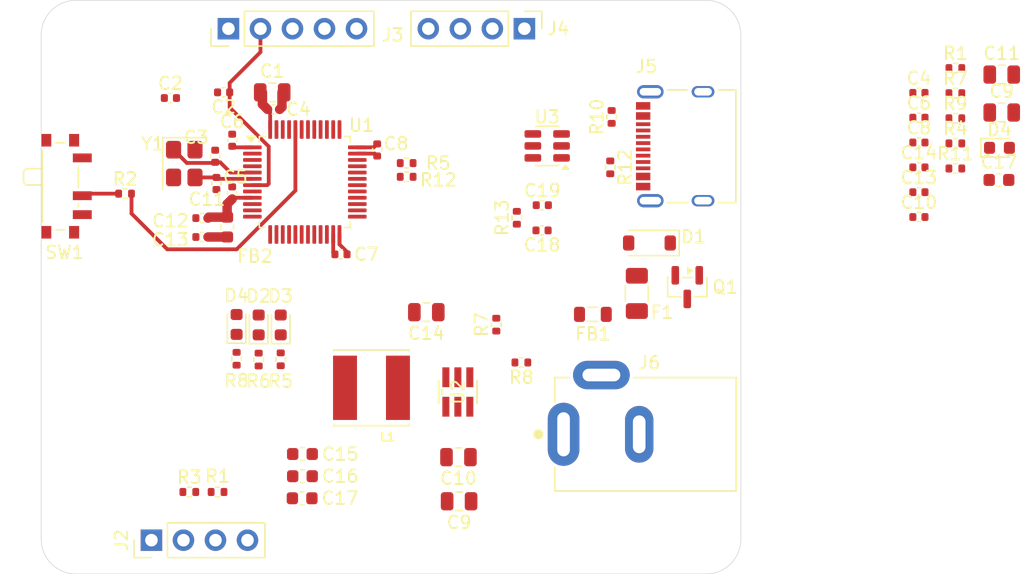
<source format=kicad_pcb>
(kicad_pcb (version 20241229) (generator "pcbnew") (generator_version "9.0")
  (layers (0 "F.Cu" signal) (4 "In1.Cu" power) (6 "In2.Cu" power) (2 "B.Cu" signal) (13 "F.Paste" user) (15 "B.Paste" user) (5 "F.SilkS" user "F.Silkscreen") (7 "B.SilkS" user "B.Silkscreen") (1 "F.Mask" user) (3 "B.Mask" user) (25 "Edge.Cuts" user))
  (net 0 "")
  (net 1 "GND")
  (net 2 "+3.3V")
  (net 3 "NRST")
  (net 4 "/HSE_IN")
  (net 5 "/HSE_OUT")
  (net 6 "/VIN")
  (net 7 "+3.3VA")
  (net 8 "Net-(U2-VBST)")
  (net 9 "Net-(U2-SW)")
  (net 10 "VBUS")
  (net 11 "VBUSF")
  (net 12 "Net-(D1-K)")
  (net 13 "Net-(D2-K)")
  (net 14 "Net-(D2-A)")
  (net 15 "Net-(D3-K)")
  (net 16 "Net-(D3-A)")
  (net 17 "Net-(D4-K)")
  (net 18 "Net-(F1-Pad2)")
  (net 19 "I2C1_SDA")
  (net 20 "I2C1_SCL")
  (net 21 "SWCLK")
  (net 22 "SWDIO")
  (net 23 "USART1_RX")
  (net 24 "USART1_TX")
  (net 25 "+12V")
  (net 26 "/BOOT0")
  (net 27 "/SW_BOOT0")
  (net 28 "Net-(U2-VFB)")
  (net 29 "USB_D-")
  (net 30 "Net-(U1-PA11)")
  (net 31 "Net-(U1-PA12)")
  (net 32 "USB_D+")
  (net 45 "GPIO1")
  (net 50 "GPIO3")
  (net 51 "GPIO5")
  (net 55 "GPIO6")
  (net 56 "GPIO2")
  (net 57 "GPIO4")
  (net 58 "Net-(J5-CC1_A)")
  (net 59 "Net-(J5-D-_A)")
  (net 61 "Net-(J5-CC1_B)")
  (net 62 "Net-(J5-D+_A)")
  (footprint "Package_TO_SOT_SMD:SOT-23-6" (layer "F.Cu") (at 154.8875 96.3 180)
    (property "Reference" "U3" (at 0 2.3 0) (layer "F.SilkS"))
    (property "Value" "USBLC6-2SC6" (hide yes))
    (pad "1" smd roundrect (at -1.1375 -0.95 180) (size 1.325 0.6) (layers "F.Cu" "F.Mask" "F.Paste") (net 62 "Net-(J5-D+_A)"))
    (pad "2" smd roundrect (at -1.1375 0 180) (size 1.325 0.6) (layers "F.Cu" "F.Mask" "F.Paste") (net 1 "GND"))
    (pad "3" smd roundrect (at -1.1375 0.95 180) (size 1.325 0.6) (layers "F.Cu" "F.Mask" "F.Paste") (net 59 "Net-(J5-D-_A)"))
    (pad "4" smd roundrect (at 1.1375 0.95 180) (size 1.325 0.6) (layers "F.Cu" "F.Mask" "F.Paste") (net 32 "USB_D+"))
    (pad "5" smd roundrect (at 1.1375 0 180) (size 1.325 0.6) (layers "F.Cu" "F.Mask" "F.Paste") (net 10 "VBUS"))
    (pad "6" smd roundrect (at 1.1375 -0.95 180) (size 1.325 0.6) (layers "F.Cu" "F.Mask" "F.Paste") (net 29 "USB_D-"))
  )
  (footprint "Capacitor_SMD:C_0402_1005Metric" (layer "F.Cu") (at 129.9 95.85 90)
    (property "Reference" "C6" (at 1.48 0 180) (layer "F.SilkS"))
    (property "Value" "100n" (hide yes))
    (pad "1" smd roundrect (at -0.48 0 90) (size 0.56 0.62) (layers "F.Cu" "F.Mask" "F.Paste") (net 2 "+3.3V"))
    (pad "2" smd roundrect (at 0.48 0 90) (size 0.56 0.62) (layers "F.Cu" "F.Mask" "F.Paste") (net 1 "GND"))
  )
  (footprint "Capacitor_SMD:C_0805_2012Metric" (layer "F.Cu") (at 190.945 90.64)
    (property "Reference" "C11" (at 0 -1.68 0) (layer "F.SilkS"))
    (property "Value" "10u")
    (pad "1" smd roundrect (at -0.95 0) (size 1 1.45) (layers "F.Cu" "F.Mask" "F.Paste") (net 6 "/VIN"))
    (pad "2" smd roundrect (at 0.95 0) (size 1 1.45) (layers "F.Cu" "F.Mask" "F.Paste") (net 1 "GND"))
  )
  (footprint "LED_SMD:LED_0603_1608Metric" (layer "F.Cu") (at 130.25 110.4625 90)
    (property "Reference" "D4" (at 2.2875 0 180) (layer "F.SilkS"))
    (property "Value" "RED" (hide yes))
    (pad "1" smd roundrect (at -0.7875 0 90) (size 0.875 0.95) (layers "F.Cu" "F.Mask" "F.Paste") (net 17 "Net-(D4-K)"))
    (pad "2" smd roundrect (at 0.7875 0 90) (size 0.875 0.95) (layers "F.Cu" "F.Mask" "F.Paste") (net 2 "+3.3V"))
  )
  (footprint "Resistor_SMD:R_0402_1005Metric" (layer "F.Cu") (at 143.74 98.75)
    (property "Reference" "R12" (at 2.51 0.25 0) (layer "F.SilkS"))
    (property "Value" "22R" (hide yes))
    (pad "1" smd roundrect (at -0.51 0) (size 0.54 0.64) (layers "F.Cu" "F.Mask" "F.Paste") (net 30 "Net-(U1-PA11)"))
    (pad "2" smd roundrect (at 0.51 0) (size 0.54 0.64) (layers "F.Cu" "F.Mask" "F.Paste") (net 29 "USB_D-"))
  )
  (footprint "Resistor_SMD:R_0402_1005Metric" (layer "F.Cu") (at 187.265 98.09)
    (property "Reference" "R11" (at 0 -1.17 0) (layer "F.SilkS"))
    (property "Value" "1K")
    (pad "1" smd roundrect (at -0.51 0) (size 0.54 0.64) (layers "F.Cu" "F.Mask" "F.Paste") (net 1 "GND"))
    (pad "2" smd roundrect (at 0.51 0) (size 0.54 0.64) (layers "F.Cu" "F.Mask" "F.Paste") (net 17 "Net-(D4-K)"))
  )
  (footprint "LED_SMD:LED_0603_1608Metric" (layer "F.Cu") (at 132 110.5 90)
    (property "Reference" "D2" (at 2.2875 0 180) (layer "F.SilkS"))
    (property "Value" "LED1" (hide yes))
    (pad "1" smd roundrect (at -0.7875 0 90) (size 0.875 0.95) (layers "F.Cu" "F.Mask" "F.Paste") (net 13 "Net-(D2-K)"))
    (pad "2" smd roundrect (at 0.7875 0 90) (size 0.875 0.95) (layers "F.Cu" "F.Mask" "F.Paste") (net 14 "Net-(D2-A)"))
  )
  (footprint "Capacitor_SMD:C_0603_1608Metric" (layer "F.Cu") (at 190.725 99)
    (property "Reference" "C17" (at 0 -1.43 0) (layer "F.SilkS"))
    (property "Value" "22uF")
    (pad "1" smd roundrect (at -0.775 0) (size 0.9 0.95) (layers "F.Cu" "F.Mask" "F.Paste") (net 2 "+3.3V"))
    (pad "2" smd roundrect (at 0.775 0) (size 0.9 0.95) (layers "F.Cu" "F.Mask" "F.Paste") (net 1 "GND"))
  )
  (footprint "MountingHole:MountingHole_2.2mm_M2" (layer "F.Cu") (at 117.5 87.5)
    (property "Reference" "H2" (hide yes))
    (property "Value" "MountingHole" (hide yes))
    (pad "" np_thru_hole circle (at 0 0) (size 2.2 2.2) (drill 2.2) (layers "*.Cu" "*.Mask"))
  )
  (footprint "MountingHole:MountingHole_2.2mm_M2" (layer "F.Cu") (at 117.5 127.5)
    (property "Reference" "H3" (hide yes))
    (property "Value" "MountingHole" (hide yes))
    (pad "" np_thru_hole circle (at 0 0) (size 2.2 2.2) (drill 2.2) (layers "*.Cu" "*.Mask"))
  )
  (footprint "Capacitor_SMD:C_0805_2012Metric" (layer "F.Cu") (at 133.075 92.05)
    (property "Reference" "C1" (at 0 -1.68 0) (layer "F.SilkS"))
    (property "Value" "10u")
    (pad "1" smd roundrect (at -0.95 0) (size 1 1.45) (layers "F.Cu" "F.Mask" "F.Paste") (net 2 "+3.3V"))
    (pad "2" smd roundrect (at 0.95 0) (size 1 1.45) (layers "F.Cu" "F.Mask" "F.Paste") (net 1 "GND"))
  )
  (footprint "Resistor_SMD:R_0402_1005Metric" (layer "F.Cu") (at 150.850001 110.4782 90)
    (property "Reference" "R7" (at 0 -1.17 90) (layer "F.SilkS"))
    (property "Value" "10k" (hide yes))
    (pad "1" smd roundrect (at -0.51 0 90) (size 0.54 0.64) (layers "F.Cu" "F.Mask" "F.Paste") (net 28 "Net-(U2-VFB)"))
    (pad "2" smd roundrect (at 0.51 0 90) (size 0.54 0.64) (layers "F.Cu" "F.Mask" "F.Paste") (net 1 "GND"))
  )
  (footprint "MountingHole:MountingHole_2.2mm_M2" (layer "F.Cu") (at 167.5 127.5)
    (property "Reference" "H1" (hide yes))
    (property "Value" "MountingHole" (hide yes))
    (pad "" np_thru_hole circle (at 0 0) (size 2.2 2.2) (drill 2.2) (layers "*.Cu" "*.Mask"))
  )
  (footprint "Capacitor_SMD:C_0603_1608Metric" (layer "F.Cu") (at 135.45 124.25)
    (property "Reference" "C17" (at 3 -0.01 0) (layer "F.SilkS"))
    (property "Value" "22uF")
    (pad "1" smd roundrect (at -0.775 0) (size 0.9 0.95) (layers "F.Cu" "F.Mask" "F.Paste") (net 2 "+3.3V"))
    (pad "2" smd roundrect (at 0.775 0) (size 0.9 0.95) (layers "F.Cu" "F.Mask" "F.Paste") (net 1 "GND"))
  )
  (footprint "Resistor_SMD:R_0402_1005Metric" (layer "F.Cu") (at 187.265 92.12)
    (property "Reference" "R7" (at 0 -1.17 0) (layer "F.SilkS"))
    (property "Value" "1K")
    (pad "1" smd roundrect (at -0.51 0) (size 0.54 0.64) (layers "F.Cu" "F.Mask" "F.Paste") (net 15 "Net-(D3-K)"))
    (pad "2" smd roundrect (at 0.51 0) (size 0.54 0.64) (layers "F.Cu" "F.Mask" "F.Paste") (net 1 "GND"))
  )
  (footprint "Capacitor_SMD:C_0402_1005Metric" (layer "F.Cu") (at 154.5 101)
    (property "Reference" "C19" (at 0 -1.16 0) (layer "F.SilkS"))
    (property "Value" "470n" (hide yes))
    (pad "1" smd roundrect (at -0.48 0) (size 0.56 0.62) (layers "F.Cu" "F.Mask" "F.Paste") (net 11 "VBUSF"))
    (pad "2" smd roundrect (at 0.48 0) (size 0.56 0.62) (layers "F.Cu" "F.Mask" "F.Paste") (net 1 "GND"))
  )
  (footprint "Capacitor_SMD:C_0805_2012Metric" (layer "F.Cu") (at 147.900001 124.4882 180)
    (property "Reference" "C9" (at 0 -1.68 0) (layer "F.SilkS"))
    (property "Value" "10uF")
    (pad "1" smd roundrect (at -0.95 0 180) (size 1 1.45) (layers "F.Cu" "F.Mask" "F.Paste") (net 6 "/VIN"))
    (pad "2" smd roundrect (at 0.95 0 180) (size 1 1.45) (layers "F.Cu" "F.Mask" "F.Paste") (net 1 "GND"))
  )
  (footprint "Resistor_SMD:R_0402_1005Metric" (layer "F.Cu") (at 126.5 123.75)
    (property "Reference" "R3" (at 0 -1.17 0) (layer "F.SilkS"))
    (property "Value" "4.7K")
    (pad "1" smd roundrect (at -0.51 0) (size 0.54 0.64) (layers "F.Cu" "F.Mask" "F.Paste") (net 19 "I2C1_SDA"))
    (pad "2" smd roundrect (at 0.51 0) (size 0.54 0.64) (layers "F.Cu" "F.Mask" "F.Paste") (net 2 "+3.3V"))
  )
  (footprint "Resistor_SMD:R_0402_1005Metric" (layer "F.Cu") (at 187.265 96.1)
    (property "Reference" "R4" (at 0 -1.17 0) (layer "F.SilkS"))
    (property "Value" "22R")
    (pad "1" smd roundrect (at -0.51 0) (size 0.54 0.64) (layers "F.Cu" "F.Mask" "F.Paste") (net 30 "Net-(U1-PA11)"))
    (pad "2" smd roundrect (at 0.51 0) (size 0.54 0.64) (layers "F.Cu" "F.Mask" "F.Paste") (net 29 "USB_D-"))
  )
  (footprint "Capacitor_SMD:C_0603_1608Metric" (layer "F.Cu") (at 135.475 122.5)
    (property "Reference" "C16" (at 3 0 0) (layer "F.SilkS"))
    (property "Value" "22uF" (hide yes))
    (pad "1" smd roundrect (at -0.775 0) (size 0.9 0.95) (layers "F.Cu" "F.Mask" "F.Paste") (net 2 "+3.3V"))
    (pad "2" smd roundrect (at 0.775 0) (size 0.9 0.95) (layers "F.Cu" "F.Mask" "F.Paste") (net 1 "GND"))
  )
  (footprint "Inductor_SMD:L_0805_2012Metric" (layer "F.Cu") (at 158.512501 109.6632 180)
    (property "Reference" "FB1" (at 0 -1.55 0) (layer "F.SilkS"))
    (property "Value" "600 @ 600MHz" (hide yes))
    (pad "1" smd roundrect (at -1.0625 0 180) (size 0.875 1.2) (layers "F.Cu" "F.Mask" "F.Paste") (net 18 "Net-(F1-Pad2)"))
    (pad "2" smd roundrect (at 1.0625 0 180) (size 0.875 1.2) (layers "F.Cu" "F.Mask" "F.Paste") (net 6 "/VIN"))
  )
  (footprint "Footprints:CUI_PJ-002A" (layer "F.Cu") (at 156.1875 119.175)
    (property "Reference" "J6" (at 6.8125 -5.675 0) (layer "F.SilkS") (effects (font (size 1.000827 1.000827))))
    (property "Value" "PJ-002A")
    (pad "1" thru_hole oval (at 0 0) (size 2.5 5) (drill oval 1 3.5) (layers "*.Cu" "*.Mask") (net 25 "+12V"))
    (pad "2" thru_hole oval (at 6 0) (size 2.25 4.5) (drill oval 1 3) (layers "*.Cu" "*.Mask") (net 1 "GND"))
    (pad "3" thru_hole oval (at 3 -4.7) (size 4.5 2.25) (drill oval 3 1) (layers "*.Cu" "*.Mask") (net 25 "+12V"))
  )
  (footprint "Capacitor_SMD:C_0402_1005Metric" (layer "F.Cu") (at 184.375 99.97)
    (property "Reference" "C13" (at 0 -1.16 0) (layer "F.SilkS"))
    (property "Value" "1u")
    (pad "1" smd roundrect (at -0.48 0) (size 0.56 0.62) (layers "F.Cu" "F.Mask" "F.Paste") (net 2 "+3.3V"))
    (pad "2" smd roundrect (at 0.48 0) (size 0.56 0.62) (layers "F.Cu" "F.Mask" "F.Paste") (net 1 "GND"))
  )
  (footprint "Crystal:Crystal_SMD_3225-4Pin_3.2x2.5mm" (layer "F.Cu") (at 126.1 97.7 -90)
    (property "Reference" "Y1" (at -1.5625 2.5125 180) (layer "F.SilkS"))
    (property "Value" "16MHz" (hide yes))
    (pad "1" smd roundrect (at -1.1 0.85 270) (size 1.4 1.2) (layers "F.Cu" "F.Mask" "F.Paste") (roundrect_rratio 0.208333) (net 4 "/HSE_IN"))
    (pad "2" smd roundrect (at 1.1 0.85 270) (size 1.4 1.2) (layers "F.Cu" "F.Mask" "F.Paste") (roundrect_rratio 0.208333) (net 1 "GND"))
    (pad "3" smd roundrect (at 1.1 -0.85 270) (size 1.4 1.2) (layers "F.Cu" "F.Mask" "F.Paste") (roundrect_rratio 0.208333) (net 5 "/HSE_OUT"))
    (pad "4" smd roundrect (at -1.1 -0.85 270) (size 1.4 1.2) (layers "F.Cu" "F.Mask" "F.Paste") (roundrect_rratio 0.208333) (net 1 "GND"))
  )
  (footprint "Package_QFP:LQFP-48_7x7mm_P0.5mm" (layer "F.Cu") (at 135.6625 99.1625)
    (property "Reference" "U1" (at 4.5 -4.5 0) (layer "F.SilkS"))
    (property "Value" "STM32F103C8T6" (hide yes))
    (pad "1" smd roundrect (at -4.1625 -2.75) (size 1.475 0.3) (layers "F.Cu" "F.Mask" "F.Paste") (net 2 "+3.3V"))
    (pad "2" smd roundrect (at -4.1625 -2.25) (size 1.475 0.3) (layers "F.Cu" "F.Mask" "F.Paste"))
    (pad "3" smd roundrect (at -4.1625 -1.75) (size 1.475 0.3) (layers "F.Cu" "F.Mask" "F.Paste"))
    (pad "4" smd roundrect (at -4.1625 -1.25) (size 1.475 0.3) (layers "F.Cu" "F.Mask" "F.Paste"))
    (pad "5" smd roundrect (at -4.1625 -0.75) (size 1.475 0.3) (layers "F.Cu" "F.Mask" "F.Paste") (net 4 "/HSE_IN"))
    (pad "6" smd roundrect (at -4.1625 -0.25) (size 1.475 0.3) (layers "F.Cu" "F.Mask" "F.Paste") (net 5 "/HSE_OUT"))
    (pad "7" smd roundrect (at -4.1625 0.25) (size 1.475 0.3) (layers "F.Cu" "F.Mask" "F.Paste") (net 3 "NRST"))
    (pad "8" smd roundrect (at -4.1625 0.75) (size 1.475 0.3) (layers "F.Cu" "F.Mask" "F.Paste") (net 1 "GND"))
    (pad "9" smd roundrect (at -4.1625 1.25) (size 1.475 0.3) (layers "F.Cu" "F.Mask" "F.Paste") (net 7 "+3.3VA"))
    (pad "10" smd roundrect (at -4.1625 1.75) (size 1.475 0.3) (layers "F.Cu" "F.Mask" "F.Paste") (net 55 "GPIO6"))
    (pad "11" smd roundrect (at -4.1625 2.25) (size 1.475 0.3) (layers "F.Cu" "F.Mask" "F.Paste") (net 14 "Net-(D2-A)"))
    (pad "12" smd roundrect (at -4.1625 2.75) (size 1.475 0.3) (layers "F.Cu" "F.Mask" "F.Paste") (net 16 "Net-(D3-A)"))
    (pad "13" smd roundrect (at -2.75 4.1625) (size 0.3 1.475) (layers "F.Cu" "F.Mask" "F.Paste") (net 45 "GPIO1"))
    (pad "14" smd roundrect (at -2.25 4.1625) (size 0.3 1.475) (layers "F.Cu" "F.Mask" "F.Paste") (net 56 "GPIO2"))
    (pad "15" smd roundrect (at -1.75 4.1625) (size 0.3 1.475) (layers "F.Cu" "F.Mask" "F.Paste") (net 50 "GPIO3"))
    (pad "16" smd roundrect (at -1.25 4.1625) (size 0.3 1.475) (layers "F.Cu" "F.Mask" "F.Paste") (net 57 "GPIO4"))
    (pad "17" smd roundrect (at -0.75 4.1625) (size 0.3 1.475) (layers "F.Cu" "F.Mask" "F.Paste") (net 51 "GPIO5"))
    (pad "18" smd roundrect (at -0.25 4.1625) (size 0.3 1.475) (layers "F.Cu" "F.Mask" "F.Paste"))
    (pad "19" smd roundrect (at 0.25 4.1625) (size 0.3 1.475) (layers "F.Cu" "F.Mask" "F.Paste"))
    (pad "20" smd roundrect (at 0.75 4.1625) (size 0.3 1.475) (layers "F.Cu" "F.Mask" "F.Paste"))
    (pad "21" smd roundrect (at 1.25 4.1625) (size 0.3 1.475) (layers "F.Cu" "F.Mask" "F.Paste") (net 19 "I2C1_SDA"))
    (pad "22" smd roundrect (at 1.75 4.1625) (size 0.3 1.475) (layers "F.Cu" "F.Mask" "F.Paste") (net 20 "I2C1_SCL"))
    (pad "23" smd roundrect (at 2.25 4.1625) (size 0.3 1.475) (layers "F.Cu" "F.Mask" "F.Paste") (net 1 "GND"))
    (pad "24" smd roundrect (at 2.75 4.1625) (size 0.3 1.475) (layers "F.Cu" "F.Mask" "F.Paste") (net 2 "+3.3V"))
    (pad "25" smd roundrect (at 4.1625 2.75) (size 1.475 0.3) (layers "F.Cu" "F.Mask" "F.Paste"))
    (pad "26" smd roundrect (at 4.1625 2.25) (size 1.475 0.3) (layers "F.Cu" "F.Mask" "F.Paste"))
    (pad "27" smd roundrect (at 4.1625 1.75) (size 1.475 0.3) (layers "F.Cu" "F.Mask" "F.Paste"))
    (pad "28" smd roundrect (at 4.1625 1.25) (size 1.475 0.3) (layers "F.Cu" "F.Mask" "F.Paste"))
    (pad "29" smd roundrect (at 4.1625 0.75) (size 1.475 0.3) (layers "F.Cu" "F.Mask" "F.Paste"))
    (pad "30" smd roundrect (at 4.1625 0.25) (size 1.475 0.3) (layers "F.Cu" "F.Mask" "F.Paste"))
    (pad "31" smd roundrect (at 4.1625 -0.25) (size 1.475 0.3) (layers "F.Cu" "F.Mask" "F.Paste"))
    (pad "32" smd roundrect (at 4.1625 -0.75) (size 1.475 0.3) (layers "F.Cu" "F.Mask" "F.Paste") (net 30 "Net-(U1-PA11)"))
    (pad "33" smd roundrect (at 4.1625 -1.25) (size 1.475 0.3) (layers "F.Cu" "F.Mask" "F.Paste") (net 31 "Net-(U1-PA12)"))
    (pad "34" smd roundrect (at 4.1625 -1.75) (size 1.475 0.3) (layers "F.Cu" "F.Mask" "F.Paste") (net 22 "SWDIO"))
    (pad "35" smd roundrect (at 4.1625 -2.25) (size 1.475 0.3) (layers "F.Cu" "F.Mask" "F.Paste") (net 1 "GND"))
    (pad "36" smd roundrect (at 4.1625 -2.75) (size 1.475 0.3) (layers "F.Cu" "F.Mask" "F.Paste") (net 2 "+3.3V"))
    (pad "37" smd roundrect (at 2.75 -4.1625) (size 0.3 1.475) (layers "F.Cu" "F.Mask" "F.Paste") (net 21 "SWCLK"))
    (pad "38" smd roundrect (at 2.25 -4.1625) (size 0.3 1.475) (layers "F.Cu" "F.Mask" "F.Paste"))
    (pad "39" smd roundrect (at 1.75 -4.1625) (size 0.3 1.475) (layers "F.Cu" "F.Mask" "F.Paste"))
    (pad "40" smd roundrect (at 1.25 -4.1625) (size 0.3 1.475) (layers "F.Cu" "F.Mask" "F.Paste"))
    (pad "41" smd roundrect (at 0.75 -4.1625) (size 0.3 1.475) (layers "F.Cu" "F.Mask" "F.Paste"))
    (pad "42" smd roundrect (at 0.25 -4.1625) (size 0.3 1.475) (layers "F.Cu" "F.Mask" "F.Paste") (net 24 "USART1_TX"))
    (pad "43" smd roundrect (at -0.25 -4.1625) (size 0.3 1.475) (layers "F.Cu" "F.Mask" "F.Paste") (net 23 "USART1_RX"))
    (pad "44" smd roundrect (at -0.75 -4.1625) (size 0.3 1.475) (layers "F.Cu" "F.Mask" "F.Paste") (net 26 "/BOOT0"))
    (pad "45" smd roundrect (at -1.25 -4.1625) (size 0.3 1.475) (layers "F.Cu" "F.Mask" "F.Paste"))
    (pad "46" smd roundrect (at -1.75 -4.1625) (size 0.3 1.475) (layers "F.Cu" "F.Mask" "F.Paste"))
    (pad "47" smd roundrect (at -2.25 -4.1625) (size 0.3 1.475) (layers "F.Cu" "F.Mask" "F.Paste") (net 1 "GND"))
    (pad "48" smd roundrect (at -2.75 -4.1625) (size 0.3 1.475) (layers "F.Cu" "F.Mask" "F.Paste") (net 2 "+3.3V"))
  )
  (footprint "Resistor_SMD:R_0402_1005Metric" (layer "F.Cu") (at 159.89 98 -90)
    (property "Reference" "R12" (at 0 -1.17 90) (layer "F.SilkS"))
    (property "Value" "5k1" (hide yes))
    (pad "1" smd roundrect (at -0.51 0 270) (size 0.54 0.64) (layers "F.Cu" "F.Mask" "F.Paste") (net 58 "Net-(J5-CC1_A)"))
    (pad "2" smd roundrect (at 0.51 0 270) (size 0.54 0.64) (layers "F.Cu" "F.Mask" "F.Paste") (net 1 "GND"))
  )
  (footprint "Capacitor_SMD:C_0805_2012Metric" (layer "F.Cu") (at 145.300001 109.4882 180)
    (property "Reference" "C14" (at 0 -1.68 0) (layer "F.SilkS"))
    (property "Value" "100nF" (hide yes))
    (pad "1" smd roundrect (at -0.95 0 180) (size 1 1.45) (layers "F.Cu" "F.Mask" "F.Paste") (net 8 "Net-(U2-VBST)"))
    (pad "2" smd roundrect (at 0.95 0 180) (size 1 1.45) (layers "F.Cu" "F.Mask" "F.Paste") (net 9 "Net-(U2-SW)"))
  )
  (footprint "Capacitor_SMD:C_0402_1005Metric" (layer "F.Cu") (at 184.375 101.94)
    (property "Reference" "C10" (at 0 -1.16 0) (layer "F.SilkS"))
    (property "Value" "100n")
    (pad "1" smd roundrect (at -0.48 0) (size 0.56 0.62) (layers "F.Cu" "F.Mask" "F.Paste") (net 7 "+3.3VA"))
    (pad "2" smd roundrect (at 0.48 0) (size 0.56 0.62) (layers "F.Cu" "F.Mask" "F.Paste") (net 1 "GND"))
  )
  (footprint "Resistor_SMD:R_0402_1005Metric" (layer "F.Cu") (at 130.25 113.185 -90)
    (property "Reference" "R8" (at 1.74 0 180) (layer "F.SilkS"))
    (property "Value" "1K" (hide yes))
    (pad "1" smd roundrect (at -0.51 0 270) (size 0.54 0.64) (layers "F.Cu" "F.Mask" "F.Paste") (net 17 "Net-(D4-K)"))
    (pad "2" smd roundrect (at 0.51 0 270) (size 0.54 0.64) (layers "F.Cu" "F.Mask" "F.Paste") (net 1 "GND"))
  )
  (footprint "Capacitor_SMD:C_0603_1608Metric" (layer "F.Cu") (at 135.475 120.74)
    (property "Reference" "C15" (at 3 0.01 0) (layer "F.SilkS"))
    (property "Value" "22uF" (hide yes))
    (pad "1" smd roundrect (at -0.775 0) (size 0.9 0.95) (layers "F.Cu" "F.Mask" "F.Paste") (net 2 "+3.3V"))
    (pad "2" smd roundrect (at 0.775 0) (size 0.9 0.95) (layers "F.Cu" "F.Mask" "F.Paste") (net 1 "GND"))
  )
  (footprint "Resistor_SMD:R_0402_1005Metric" (layer "F.Cu") (at 187.265 94.11)
    (property "Reference" "R9" (at 0 -1.17 0) (layer "F.SilkS"))
    (property "Value" "10k")
    (pad "1" smd roundrect (at -0.51 0) (size 0.54 0.64) (layers "F.Cu" "F.Mask" "F.Paste") (net 28 "Net-(U2-VFB)"))
    (pad "2" smd roundrect (at 0.51 0) (size 0.54 0.64) (layers "F.Cu" "F.Mask" "F.Paste") (net 1 "GND"))
  )
  (footprint "Capacitor_SMD:C_0402_1005Metric" (layer "F.Cu") (at 125 92.5)
    (property "Reference" "C2" (at 0 -1.16 0) (layer "F.SilkS"))
    (property "Value" "100n")
    (pad "1" smd roundrect (at -0.48 0) (size 0.56 0.62) (layers "F.Cu" "F.Mask" "F.Paste") (net 3 "NRST"))
    (pad "2" smd roundrect (at 0.48 0) (size 0.56 0.62) (layers "F.Cu" "F.Mask" "F.Paste") (net 1 "GND"))
  )
  (footprint "Capacitor_SMD:C_0402_1005Metric" (layer "F.Cu") (at 128.55 97.12 90)
    (property "Reference" "C3" (at 1.5 -1.5 180) (layer "F.SilkS"))
    (property "Value" "10p" (hide yes))
    (pad "1" smd roundrect (at -0.48 0 90) (size 0.56 0.62) (layers "F.Cu" "F.Mask" "F.Paste") (net 4 "/HSE_IN"))
    (pad "2" smd roundrect (at 0.48 0 90) (size 0.56 0.62) (layers "F.Cu" "F.Mask" "F.Paste") (net 1 "GND"))
  )
  (footprint "Capacitor_SMD:C_0402_1005Metric" (layer "F.Cu") (at 127.5 103.525 180)
    (property "Reference" "C13" (at 2.5 -0.2125 0) (layer "F.SilkS"))
    (property "Value" "1u" (hide yes))
    (pad "1" smd roundrect (at -0.48 0 180) (size 0.56 0.62) (layers "F.Cu" "F.Mask" "F.Paste") (net 2 "+3.3V"))
    (pad "2" smd roundrect (at 0.48 0 180) (size 0.56 0.62) (layers "F.Cu" "F.Mask" "F.Paste") (net 1 "GND"))
  )
  (footprint "Resistor_SMD:R_0402_1005Metric" (layer "F.Cu") (at 128.74 123.75 180)
    (property "Reference" "R1" (at 0 1.25 0) (layer "F.SilkS"))
    (property "Value" "4.7K")
    (pad "1" smd roundrect (at -0.51 0 180) (size 0.54 0.64) (layers "F.Cu" "F.Mask" "F.Paste") (net 20 "I2C1_SCL"))
    (pad "2" smd roundrect (at 0.51 0 180) (size 0.54 0.64) (layers "F.Cu" "F.Mask" "F.Paste") (net 2 "+3.3V"))
  )
  (footprint "Connector_PinHeader_2.54mm:PinHeader_1x04_P2.54mm_Vertical" (layer "F.Cu") (at 123.495 127.575 90)
    (property "Reference" "J2" (at 0 -2.38 90) (layer "F.SilkS"))
    (property "Value" "I2C Bus 1" (hide yes))
    (pad "1" thru_hole rect (at 0 0 90) (size 1.7 1.7) (drill 1) (layers "*.Cu" "*.Mask") (net 2 "+3.3V"))
    (pad "2" thru_hole circle (at 0 2.54 90) (size 1.7 1.7) (drill 1) (layers "*.Cu" "*.Mask") (net 19 "I2C1_SDA"))
    (pad "3" thru_hole circle (at 0 5.08 90) (size 1.7 1.7) (drill 1) (layers "*.Cu" "*.Mask") (net 20 "I2C1_SCL"))
    (pad "4" thru_hole circle (at 0 7.62 90) (size 1.7 1.7) (drill 1) (layers "*.Cu" "*.Mask") (net 1 "GND"))
  )
  (footprint "Capacitor_SMD:C_0805_2012Metric" (layer "F.Cu") (at 190.945 93.65)
    (property "Reference" "C9" (at 0 -1.68 0) (layer "F.SilkS"))
    (property "Value" "10u")
    (pad "1" smd roundrect (at -0.95 0) (size 1 1.45) (layers "F.Cu" "F.Mask" "F.Paste") (net 6 "/VIN"))
    (pad "2" smd roundrect (at 0.95 0) (size 1 1.45) (layers "F.Cu" "F.Mask" "F.Paste") (net 1 "GND"))
  )
  (footprint "Capacitor_SMD:C_0805_2012Metric" (layer "F.Cu") (at 147.850001 120.9882 180)
    (property "Reference" "C10" (at 0 -1.68 0) (layer "F.SilkS"))
    (property "Value" "10uF")
    (pad "1" smd roundrect (at -0.95 0 180) (size 1 1.45) (layers "F.Cu" "F.Mask" "F.Paste") (net 6 "/VIN"))
    (pad "2" smd roundrect (at 0.95 0 180) (size 1 1.45) (layers "F.Cu" "F.Mask" "F.Paste") (net 1 "GND"))
  )
  (footprint "Capacitor_SMD:C_0402_1005Metric" (layer "F.Cu") (at 129.9 100.03 90)
    (property "Reference" "C11" (at -0.5 -2 180) (layer "F.SilkS"))
    (property "Value" "10n" (hide yes))
    (pad "1" smd roundrect (at -0.48 0 90) (size 0.56 0.62) (layers "F.Cu" "F.Mask" "F.Paste") (net 7 "+3.3VA"))
    (pad "2" smd roundrect (at 0.48 0 90) (size 0.56 0.62) (layers "F.Cu" "F.Mask" "F.Paste") (net 1 "GND"))
  )
  (footprint "Resistor_SMD:R_0402_1005Metric" (layer "F.Cu") (at 187.265 90.13)
    (property "Reference" "R1" (at 0 -1.17 0) (layer "F.SilkS"))
    (property "Value" "4.7K")
    (pad "1" smd roundrect (at -0.51 0) (size 0.54 0.64) (layers "F.Cu" "F.Mask" "F.Paste") (net 20 "I2C1_SCL"))
    (pad "2" smd roundrect (at 0.51 0) (size 0.54 0.64) (layers "F.Cu" "F.Mask" "F.Paste") (net 2 "+3.3V"))
  )
  (footprint "Capacitor_SMD:C_0402_1005Metric" (layer "F.Cu") (at 138.53 104.9 180)
    (property "Reference" "C7" (at -2.02 0 0) (layer "F.SilkS"))
    (property "Value" "100n" (hide yes))
    (pad "1" smd roundrect (at -0.48 0 180) (size 0.56 0.62) (layers "F.Cu" "F.Mask" "F.Paste") (net 2 "+3.3V"))
    (pad "2" smd roundrect (at 0.48 0 180) (size 0.56 0.62) (layers "F.Cu" "F.Mask" "F.Paste") (net 1 "GND"))
  )
  (footprint "Inductor_SMD:L_0603_1608Metric" (layer "F.Cu") (at 129.5 102.7375 -90)
    (property "Reference" "FB2" (at 2.3125 -2.2 180) (layer "F.SilkS"))
    (property "Value" "120R" (hide yes))
    (pad "1" smd roundrect (at -0.7875 0 270) (size 0.875 0.95) (layers "F.Cu" "F.Mask" "F.Paste") (net 7 "+3.3VA"))
    (pad "2" smd roundrect (at 0.7875 0 270) (size 0.875 0.95) (layers "F.Cu" "F.Mask" "F.Paste") (net 2 "+3.3V"))
  )
  (footprint "Footprints:IND_VLS6045EX-2R2N" (layer "F.Cu") (at 140.950001 115.4882 180)
    (property "Reference" "L1" (at -1.268 -3.9064 0) (layer "F.SilkS") (effects (font (size 0.64 0.64))))
    (property "Value" "VLS6045EX-2R2N" (hide yes))
    (pad "1" smd rect (at -2.1 0 180) (size 1.9 5.1) (layers "F.Cu" "F.Mask" "F.Paste") (net 9 "Net-(U2-SW)"))
    (pad "2" smd rect (at 2.1 0 180) (size 1.9 5.1) (layers "F.Cu" "F.Mask" "F.Paste") (net 2 "+3.3V"))
  )
  (footprint "Capacitor_SMD:C_0402_1005Metric" (layer "F.Cu") (at 184.375 92.09)
    (property "Reference" "C4" (at 0 -1.16 0) (layer "F.SilkS"))
    (property "Value" "100n")
    (pad "1" smd roundrect (at -0.48 0) (size 0.56 0.62) (layers "F.Cu" "F.Mask" "F.Paste") (net 2 "+3.3V"))
    (pad "2" smd roundrect (at 0.48 0) (size 0.56 0.62) (layers "F.Cu" "F.Mask" "F.Paste") (net 1 "GND"))
  )
  (footprint "Resistor_SMD:R_0402_1005Metric" (layer "F.Cu") (at 160 94 90)
    (property "Reference" "R10" (at 0 -1.17 90) (layer "F.SilkS"))
    (property "Value" "5k1" (hide yes))
    (pad "1" smd roundrect (at -0.51 0 90) (size 0.54 0.64) (layers "F.Cu" "F.Mask" "F.Paste") (net 61 "Net-(J5-CC1_B)"))
    (pad "2" smd roundrect (at 0.51 0 90) (size 0.54 0.64) (layers "F.Cu" "F.Mask" "F.Paste") (net 1 "GND"))
  )
  (footprint "Resistor_SMD:R_0402_1005Metric" (layer "F.Cu") (at 152.48 102 90)
    (property "Reference" "R13" (at 0 -1.17 90) (layer "F.SilkS"))
    (property "Value" "R" (hide yes))
    (pad "1" smd roundrect (at -0.51 0 90) (size 0.54 0.64) (layers "F.Cu" "F.Mask" "F.Paste") (net 10 "VBUS"))
    (pad "2" smd roundrect (at 0.51 0 90) (size 0.54 0.64) (layers "F.Cu" "F.Mask" "F.Paste") (net 11 "VBUSF"))
  )
  (footprint "Capacitor_SMD:C_0402_1005Metric" (layer "F.Cu") (at 184.375 96.03)
    (property "Reference" "C8" (at 0 -1.16 0) (layer "F.SilkS"))
    (property "Value" "100n")
    (pad "1" smd roundrect (at -0.48 0) (size 0.56 0.62) (layers "F.Cu" "F.Mask" "F.Paste") (net 2 "+3.3V"))
    (pad "2" smd roundrect (at 0.48 0) (size 0.56 0.62) (layers "F.Cu" "F.Mask" "F.Paste") (net 1 "GND"))
  )
  (footprint "Capacitor_SMD:C_0402_1005Metric" (layer "F.Cu") (at 127.5 102.025 180)
    (property "Reference" "C12" (at 2.5 -0.2125 0) (layer "F.SilkS"))
    (property "Value" "1u" (hide yes))
    (pad "1" smd roundrect (at -0.48 0 180) (size 0.56 0.62) (layers "F.Cu" "F.Mask" "F.Paste") (net 7 "+3.3VA"))
    (pad "2" smd roundrect (at 0.48 0 180) (size 0.56 0.62) (layers "F.Cu" "F.Mask" "F.Paste") (net 1 "GND"))
  )
  (footprint "LED_SMD:LED_0603_1608Metric" (layer "F.Cu") (at 190.765 96.45)
    (property "Reference" "D4" (at 0 -1.43 0) (layer "F.SilkS"))
    (property "Value" "LED1")
    (pad "1" smd roundrect (at -0.7875 0) (size 0.875 0.95) (layers "F.Cu" "F.Mask" "F.Paste") (net 17 "Net-(D4-K)"))
    (pad "2" smd roundrect (at 0.7875 0) (size 0.875 0.95) (layers "F.Cu" "F.Mask" "F.Paste") (net 2 "+3.3V"))
  )
  (footprint "Capacitor_SMD:C_0402_1005Metric" (layer "F.Cu") (at 133.1825 93.4)
    (property "Reference" "C4" (at 1.98 0 0) (layer "F.SilkS"))
    (property "Value" "100n" (hide yes))
    (pad "1" smd roundrect (at -0.48 0) (size 0.56 0.62) (layers "F.Cu" "F.Mask" "F.Paste") (net 2 "+3.3V"))
    (pad "2" smd roundrect (at 0.48 0) (size 0.56 0.62) (layers "F.Cu" "F.Mask" "F.Paste") (net 1 "GND"))
  )
  (footprint "Resistor_SMD:R_0402_1005Metric" (layer "F.Cu") (at 121.4025 100.0875)
    (property "Reference" "R2" (at 0 -1.17 0) (layer "F.SilkS"))
    (property "Value" "10k" (hide yes))
    (pad "1" smd roundrect (at -0.51 0) (size 0.54 0.64) (layers "F.Cu" "F.Mask" "F.Paste") (net 27 "/SW_BOOT0"))
    (pad "2" smd roundrect (at 0.51 0) (size 0.54 0.64) (layers "F.Cu" "F.Mask" "F.Paste") (net 26 "/BOOT0"))
  )
  (footprint "Fuse:Fuse_1206_3216Metric" (layer "F.Cu") (at 162 108 -90)
    (property "Reference" "F1" (at 1.5 -2 180) (layer "F.SilkS"))
    (property "Value" "250mA" (hide yes))
    (pad "1" smd roundrect (at -1.4 0 270) (size 1.25 1.75) (layers "F.Cu" "F.Mask" "F.Paste") (roundrect_rratio 0.2) (net 12 "Net-(D1-K)"))
    (pad "2" smd roundrect (at 1.4 0 270) (size 1.25 1.75) (layers "F.Cu" "F.Mask" "F.Paste") (roundrect_rratio 0.2) (net 18 "Net-(F1-Pad2)"))
  )
  (footprint "Resistor_SMD:R_0402_1005Metric" (layer "F.Cu") (at 152.840001 113.4782 180)
    (property "Reference" "R8" (at 0 -1.17 0) (layer "F.SilkS"))
    (property "Value" "33k2" (hide yes))
    (pad "1" smd roundrect (at -0.51 0 180) (size 0.54 0.64) (layers "F.Cu" "F.Mask" "F.Paste") (net 2 "+3.3V"))
    (pad "2" smd roundrect (at 0.51 0 180) (size 0.54 0.64) (layers "F.Cu" "F.Mask" "F.Paste") (net 28 "Net-(U2-VFB)"))
  )
  (footprint "Resistor_SMD:R_0402_1005Metric" (layer "F.Cu") (at 133.75 113.2275 90)
    (property "Reference" "R5" (at -1.735 0 180) (layer "F.SilkS"))
    (property "Value" "1K" (hide yes))
    (pad "1" smd roundrect (at -0.51 0 90) (size 0.54 0.64) (layers "F.Cu" "F.Mask" "F.Paste") (net 15 "Net-(D3-K)"))
    (pad "2" smd roundrect (at 0.51 0 90) (size 0.54 0.64) (layers "F.Cu" "F.Mask" "F.Paste") (net 1 "GND"))
  )
  (footprint "Capacitor_SMD:C_0402_1005Metric" (layer "F.Cu") (at 154.48 103 180)
    (property "Reference" "C18" (at 0 -1.16 0) (layer "F.SilkS"))
    (property "Value" "470n" (hide yes))
    (pad "1" smd roundrect (at -0.48 0 180) (size 0.56 0.62) (layers "F.Cu" "F.Mask" "F.Paste") (net 10 "VBUS"))
    (pad "2" smd roundrect (at 0.48 0 180) (size 0.56 0.62) (layers "F.Cu" "F.Mask" "F.Paste") (net 1 "GND"))
  )
  (footprint "Diode_SMD:D_SOD-123" (layer "F.Cu") (at 163 104 180)
    (property "Reference" "D1" (at -3.5 0.5 0) (layer "F.SilkS"))
    (property "Value" "B5819W" (hide yes))
    (pad "1" smd roundrect (at -1.65 0 180) (size 0.9 1.2) (layers "F.Cu" "F.Mask" "F.Paste") (net 12 "Net-(D1-K)"))
    (pad "2" smd roundrect (at 1.65 0 180) (size 0.9 1.2) (layers "F.Cu" "F.Mask" "F.Paste") (net 11 "VBUSF"))
  )
  (footprint "Resistor_SMD:R_0402_1005Metric" (layer "F.Cu") (at 143.74 97.6625)
    (property "Reference" "R5" (at 2.5 0 180) (layer "F.SilkS"))
    (property "Value" "22R" (hide yes))
    (pad "1" smd roundrect (at -0.51 0) (size 0.54 0.64) (layers "F.Cu" "F.Mask" "F.Paste") (net 31 "Net-(U1-PA12)"))
    (pad "2" smd roundrect (at 0.51 0) (size 0.54 0.64) (layers "F.Cu" "F.Mask" "F.Paste") (net 32 "USB_D+"))
  )
  (footprint "Footprints:AMPHENOL_12402012E212A" (layer "F.Cu") (at 167.25 96.325 90)
    (property "Reference" "J5" (at 6.32 -4.5 0) (layer "F.SilkS"))
    (property "Value" "12402012E212A" (hide yes))
    (pad "" np_thru_hole circle (at -2.89 -3.68 90) (size 0.65 0.65) (drill 0.65) (layers "*.Cu" "*.Mask"))
    (pad "" np_thru_hole circle (at 2.89 -3.68 90) (size 0.65 0.65) (drill 0.65) (layers "*.Cu" "*.Mask"))
    (pad "A1_B12" smd rect (at -3.2 -4.75 90) (size 0.6 1.14) (layers "F.Cu" "F.Mask" "F.Paste") (net 1 "GND"))
    (pad "A4_B9" smd rect (at -2.4 -4.75 90) (size 0.6 1.14) (layers "F.Cu" "F.Mask" "F.Paste") (net 10 "VBUS"))
    (pad "A5" smd rect (at -1.25 -4.75 90) (size 0.3 1.14) (layers "F.Cu" "F.Mask" "F.Paste") (net 58 "Net-(J5-CC1_A)"))
    (pad "A6" smd rect (at -0.25 -4.75 90) (size 0.3 1.14) (layers "F.Cu" "F.Mask" "F.Paste") (net 62 "Net-(J5-D+_A)"))
    (pad "A7" smd rect (at 0.25 -4.75 90) (size 0.3 1.14) (layers "F.Cu" "F.Mask" "F.Paste") (net 59 "Net-(J5-D-_A)"))
    (pad "A8" smd rect (at 1.25 -4.75 90) (size 0.3 1.14) (layers "F.Cu" "F.Mask" "F.Paste"))
    (pad "B1_A12" smd rect (at 3.2 -4.75 90) (size 0.6 1.14) (layers "F.Cu" "F.Mask" "F.Paste") (net 1 "GND"))
    (pad "B4_A9" smd rect (at 2.4 -4.75 90) (size 0.6 1.14) (layers "F.Cu" "F.Mask" "F.Paste") (net 10 "VBUS"))
    (pad "B5" smd rect (at 1.75 -4.75 90) (size 0.3 1.14) (layers "F.Cu" "F.Mask" "F.Paste") (net 61 "Net-(J5-CC1_B)"))
    (pad "B6" smd rect (at 0.75 -4.75 90) (size 0.3 1.14) (layers "F.Cu" "F.Mask" "F.Paste") (net 62 "Net-(J5-D+_A)"))
    (pad "B7" smd rect (at -0.75 -4.75 90) (size 0.3 1.14) (layers "F.Cu" "F.Mask" "F.Paste") (net 59 "Net-(J5-D-_A)"))
    (pad "B8" smd rect (at -1.75 -4.75 90) (size 0.3 1.14) (layers "F.Cu" "F.Mask" "F.Paste"))
    (pad "SH1" thru_hole oval (at -4.32 -4.18 90) (size 1.05 2.1) (drill oval 0.6 1.7) (layers "*.Cu" "*.Mask") (net 1 "GND"))
    (pad "SH2" thru_hole oval (at 4.32 -4.18 90) (size 1.05 2.1) (drill oval 0.6 1.7) (layers "*.Cu" "*.Mask") (net 1 "GND"))
    (pad "SH3" thru_hole oval (at -4.32 0 90) (size 0.9 1.8) (drill oval 0.6 1.4) (layers "*.Cu" "*.Mask") (net 1 "GND"))
    (pad "SH4" thru_hole oval (at 4.32 0 90) (size 0.9 1.8) (drill oval 0.6 1.4) (layers "*.Cu" "*.Mask") (net 1 "GND"))
  )
  (footprint "Resistor_SMD:R_0402_1005Metric" (layer "F.Cu") (at 132 113.2475 90)
    (property "Reference" "R6" (at -1.715 0 180) (layer "F.SilkS"))
    (property "Value" "1K" (hide yes))
    (pad "1" smd roundrect (at -0.51 0 90) (size 0.54 0.64) (layers "F.Cu" "F.Mask" "F.Paste") (net 13 "Net-(D2-K)"))
    (pad "2" smd roundrect (at 0.51 0 90) (size 0.54 0.64) (layers "F.Cu" "F.Mask" "F.Paste") (net 1 "GND"))
  )
  (footprint "Connector_PinHeader_2.54mm:PinHeader_1x05_P2.54mm_Vertical" (layer "F.Cu") (at 129.6025 87 90)
    (property "Reference" "J3" (at -0.5 13.04 180) (layer "F.SilkS"))
    (property "Value" "Serial Debugger")
    (pad "1" thru_hole rect (at 0 0 90) (size 1.7 1.7) (drill 1) (layers "*.Cu" "*.Mask") (net 1 "GND"))
    (pad "2" thru_hole circle (at 0 2.54 90) (size 1.7 1.7) (drill 1) (layers "*.Cu" "*.Mask") (net 3 "NRST"))
    (pad "3" thru_hole circle (at 0 5.08 90) (size 1.7 1.7) (drill 1) (layers "*.Cu" "*.Mask") (net 21 "SWCLK"))
    (pad "4" thru_hole circle (at 0 7.62 90) (size 1.7 1.7) (drill 1) (layers "*.Cu" "*.Mask") (net 22 "SWDIO"))
    (pad "5" thru_hole circle (at 0 10.16 90) (size 1.7 1.7) (drill 1) (layers "*.Cu" "*.Mask") (net 2 "+3.3V"))
  )
  (footprint "Capacitor_SMD:C_0402_1005Metric" (layer "F.Cu") (at 141.4 96.62 -90)
    (property "Reference" "C8" (at -0.5 -1.5 180) (layer "F.SilkS"))
    (property "Value" "100n")
    (pad "1" smd roundrect (at -0.48 0 270) (size 0.56 0.62) (layers "F.Cu" "F.Mask" "F.Paste") (net 2 "+3.3V"))
    (pad "2" smd roundrect (at 0.48 0 270) (size 0.56 0.62) (layers "F.Cu" "F.Mask" "F.Paste") (net 1 "GND"))
  )
  (footprint "Footprints:DDC0006A" (layer "F.Cu") (at 147.800002 115.8198 90)
    (property "Reference" "U2" (at 0 0 90) (layer "F.SilkS"))
    (property "Value" "TPS563209DDCR" (hide yes))
    (pad "1" smd rect (at -1.1684 -0.950001 90) (size 1.5748 0.5588) (layers "F.Cu" "F.Mask" "F.Paste") (net 1 "GND"))
    (pad "2" smd rect (at -1.1684 0 90) (size 1.5748 0.5588) (layers "F.Cu" "F.Mask" "F.Paste") (net 9 "Net-(U2-SW)"))
    (pad "3" smd rect (at -1.1684 0.950001 90) (size 1.5748 0.5588) (layers "F.Cu" "F.Mask" "F.Paste") (net 6 "/VIN"))
    (pad "4" smd rect (at 1.1684 0.950001 90) (size 1.5748 0.5588) (layers "F.Cu" "F.Mask" "F.Paste") (net 28 "Net-(U2-VFB)"))
    (pad "5" smd rect (at 1.1684 0 90) (size 1.5748 0.5588) (layers "F.Cu" "F.Mask" "F.Paste") (net 6 "/VIN"))
    (pad "6" smd rect (at 1.1684 -0.950001 90) (size 1.5748 0.5588) (layers "F.Cu" "F.Mask" "F.Paste") (net 8 "Net-(U2-VBST)"))
  )
  (footprint "Capacitor_SMD:C_0402_1005Metric" (layer "F.Cu") (at 128.65 99.28 -90)
    (property "Reference" "C5" (at -0.5 -1.5 180) (layer "F.SilkS"))
    (property "Value" "10p" (hide yes))
    (pad "1" smd roundrect (at -0.48 0 270) (size 0.56 0.62) (layers "F.Cu" "F.Mask" "F.Paste") (net 5 "/HSE_OUT"))
    (pad "2" smd roundrect (at 0.48 0 270) (size 0.56 0.62) (layers "F.Cu" "F.Mask" "F.Paste") (net 1 "GND"))
  )
  (footprint "MountingHole:MountingHole_2.2mm_M2" (layer "F.Cu") (at 167.5 87.5)
    (property "Reference" "H4" (hide yes))
    (property "Value" "MountingHole" (hide yes))
    (pad "" np_thru_hole circle (at 0 0) (size 2.2 2.2) (drill 2.2) (layers "*.Cu" "*.Mask"))
  )
  (footprint "Capacitor_SMD:C_0402_1005Metric" (layer "F.Cu") (at 129.22 92.05 180)
    (property "Reference" "C2" (at 0 -1.16 0) (layer "F.SilkS"))
    (property "Value" "100n" (hide yes))
    (pad "1" smd roundrect (at -0.48 0 180) (size 0.56 0.62) (layers "F.Cu" "F.Mask" "F.Paste") (net 3 "NRST"))
    (pad "2" smd roundrect (at 0.48 0 180) (size 0.56 0.62) (layers "F.Cu" "F.Mask" "F.Paste") (net 1 "GND"))
  )
  (footprint "LED_SMD:LED_0603_1608Metric" (layer "F.Cu") (at 133.75 110.5 90)
    (property "Reference" "D3" (at 2.2875 0 180) (layer "F.SilkS"))
    (property "Value" "LED2" (hide yes))
    (pad "1" smd roundrect (at -0.7875 0 90) (size 0.875 0.95) (layers "F.Cu" "F.Mask" "F.Paste") (net 15 "Net-(D3-K)"))
    (pad "2" smd roundrect (at 0.7875 0 90) (size 0.875 0.95) (layers "F.Cu" "F.Mask" "F.Paste") (net 16 "Net-(D3-A)"))
  )
  (footprint "Connector_PinHeader_2.54mm:PinHeader_1x04_P2.54mm_Vertical" (layer "F.Cu") (at 153.08 87 -90)
    (property "Reference" "J4" (at 0 -2.69 180) (layer "F.SilkS"))
    (property "Value" "USART1")
    (pad "1" thru_hole rect (at 0 0 270) (size 1.7 1.7) (drill 1) (layers "*.Cu" "*.Mask") (net 2 "+3.3V"))
    (pad "2" thru_hole circle (at 0 2.54 270) (size 1.7 1.7) (drill 1) (layers "*.Cu" "*.Mask") (net 24 "USART1_TX"))
    (pad "3" thru_hole circle (at 0 5.08 270) (size 1.7 1.7) (drill 1) (layers "*.Cu" "*.Mask") (net 23 "USART1_RX"))
    (pad "4" thru_hole circle (at 0 7.62 270) (size 1.7 1.7) (drill 1) (layers "*.Cu" "*.Mask") (net 1 "GND"))
  )
  (footprint "Capacitor_SMD:C_0402_1005Metric" (layer "F.Cu") (at 184.375 98)
    (property "Reference" "C14" (at 0 -1.16 0) (layer "F.SilkS"))
    (property "Value" "100n")
    (pad "1" smd roundrect (at -0.48 0) (size 0.56 0.62) (layers "F.Cu" "F.Mask" "F.Paste") (net 9 "Net-(U2-SW)"))
    (pad "2" smd roundrect (at 0.48 0) (size 0.56 0.62) (layers "F.Cu" "F.Mask" "F.Paste") (net 8 "Net-(U2-VBST)"))
  )
  (footprint "Button_Switch_SMD:SW_SPDT_PCM12" (layer "F.Cu") (at 116.58 99.5 -90)
    (property "Reference" "SW1" (at 5.25 -0.0175 180) (layer "F.SilkS"))
    (property "Value" "SW_SPDT")
    (pad "" smd rect (at -3.65 -0.78 270) (size 1 0.8) (layers "F.Cu" "F.Mask" "F.Paste"))
    (pad "" smd rect (at -3.65 1.43 270) (size 1 0.8) (layers "F.Cu" "F.Mask" "F.Paste"))
    (pad "" np_thru_hole circle (at -1.5 0.33 270) (size 0.9 0.9) (drill 0.9) (layers "*.Cu" "*.Mask"))
    (pad "" np_thru_hole circle (at 1.5 0.33 270) (size 0.9 0.9) (drill 0.9) (layers "*.Cu" "*.Mask"))
    (pad "" smd rect (at 3.65 -0.78 270) (size 1 0.8) (layers "F.Cu" "F.Mask" "F.Paste"))
    (pad "" smd rect (at 3.65 1.43 270) (size 1 0.8) (layers "F.Cu" "F.Mask" "F.Paste"))
    (pad "1" smd rect (at -2.25 -1.43 270) (size 0.7 1.5) (layers "F.Cu" "F.Mask" "F.Paste") (net 1 "GND"))
    (pad "2" smd rect (at 0.75 -1.43 270) (size 0.7 1.5) (layers "F.Cu" "F.Mask" "F.Paste") (net 27 "/SW_BOOT0"))
    (pad "3" smd rect (at 2.25 -1.43 270) (size 0.7 1.5) (layers "F.Cu" "F.Mask" "F.Paste") (net 2 "+3.3V"))
  )
  (footprint "Capacitor_SMD:C_0402_1005Metric" (layer "F.Cu") (at 184.375 94.06)
    (property "Reference" "C6" (at 0 -1.16 0) (layer "F.SilkS"))
    (property "Value" "100n")
    (pad "1" smd roundrect (at -0.48 0) (size 0.56 0.62) (layers "F.Cu" "F.Mask" "F.Paste") (net 2 "+3.3V"))
    (pad "2" smd roundrect (at 0.48 0) (size 0.56 0.62) (layers "F.Cu" "F.Mask" "F.Paste") (net 1 "GND"))
  )
  (footprint "Package_TO_SOT_SMD:SOT-23" (layer "F.Cu") (at 166 107.5 -90)
    (property "Reference" "Q1" (at 0 -3 180) (layer "F.SilkS"))
    (property "Value" "AO3401A" (hide yes))
    (pad "1" smd roundrect (at -0.9375 -0.95 270) (size 1.475 0.6) (layers "F.Cu" "F.Mask" "F.Paste") (net 1 "GND"))
    (pad "2" smd roundrect (at -0.9375 0.95 270) (size 1.475 0.6) (layers "F.Cu" "F.Mask" "F.Paste") (net 12 "Net-(D1-K)"))
    (pad "3" smd roundrect (at 0.9375 0 270) (size 1.475 0.6) (layers "F.Cu" "F.Mask" "F.Paste") (net 25 "+12V"))
  )
  (gr_arc (start 167.5 84.75) (mid 169.444544 85.555456) (end 170.25 87.5) (stroke (width 0.05)) (layer "Edge.Cuts"))
  (gr_line (start 167.5 130.25) (end 117.5 130.25) (stroke (width 0.05)) (layer "Edge.Cuts"))
  (gr_arc (start 117.5 130.25) (mid 115.555456 129.444544) (end 114.75 127.5) (stroke (width 0.05)) (layer "Edge.Cuts"))
  (gr_arc (start 170.25 127.5) (mid 169.444544 129.444544) (end 167.5 130.25) (stroke (width 0.05)) (layer "Edge.Cuts"))
  (gr_line (start 114.75 127.5) (end 114.75 87.5) (stroke (width 0.05)) (layer "Edge.Cuts"))
  (gr_arc (start 114.75 87.5) (mid 115.555456 85.555456) (end 117.5 84.75) (stroke (width 0.05)) (layer "Edge.Cuts"))
  (gr_line (start 170.25 87.5) (end 170.25 127.5) (stroke (width 0.05)) (layer "Edge.Cuts"))
  (gr_line (start 117.5 84.75) (end 167.5 84.75) (stroke (width 0.05)) (layer "Edge.Cuts"))
  (segment (start 133.85 93.2125) (end 133.6625 93.4) (width 0.75) (layer "F.Cu") (net 1))
  (segment (start 137.9125 104.7625) (end 138.05 104.9) (width 0.3) (layer "F.Cu") (net 1))
  (segment (start 137.9125 103.325) (end 137.9125 104.7625) (width 0.3) (layer "F.Cu") (net 1))
  (segment (start 133.85 92.05) (end 133.85 93.2125) (width 0.75) (layer "F.Cu") (net 1))
  (segment (start 139.825 96.9125) (end 141.2125 96.9125) (width 0.3) (layer "F.Cu") (net 1))
  (segment (start 141.2125 96.9125) (end 141.4 97.1) (width 0.3) (layer "F.Cu") (net 1))
  (segment (start 132.3 92.05) (end 132.3 92.9975) (width 0.75) (layer "F.Cu") (net 2))
  (segment (start 131.5 96.4125) (end 129.9825 96.4125) (width 0.3) (layer "F.Cu") (net 2))
  (segment (start 132.9125 95) (end 132.9125 93.61) (width 0.3) (layer "F.Cu") (net 2))
  (segment (start 132.9125 93.61) (end 132.7025 93.4) (width 0.3) (layer "F.Cu") (net 2))
  (segment (start 138.4125 104.1125) (end 138.4125 103.325) (width 0.3) (layer "F.Cu") (net 2))
  (segment (start 139.825 96.4125) (end 141.1275 96.4125) (width 0.3) (layer "F.Cu") (net 2))
  (segment (start 129.5 103.525) (end 127.98 103.525) (width 0.75) (layer "F.Cu") (net 2))
  (segment (start 132.3 92.9975) (end 132.7025 93.4) (width 0.75) (layer "F.Cu") (net 2))
  (segment (start 139.01 104.9) (end 139.01 104.71) (width 0.3) (layer "F.Cu") (net 2))
  (segment (start 129.9825 96.4125) (end 129.9 96.33) (width 0.3) (layer "F.Cu") (net 2))
  (segment (start 141.1275 96.4125) (end 141.4 96.14) (width 0.3) (layer "F.Cu") (net 2))
  (segment (start 139.01 104.71) (end 138.4125 104.1125) (width 0.3) (layer "F.Cu") (net 2))
  (segment (start 132.8 99.3) (end 132.8 96.35) (width 0.3) (layer "F.Cu") (net 3))
  (segment (start 129.7 91.3) (end 132.1425 88.8575) (width 0.3) (layer "F.Cu") (net 3))
  (segment (start 129.7 93.25) (end 129.7 92.05) (width 0.3) (layer "F.Cu") (net 3))
  (segment (start 131.5 99.4125) (end 132.6875 99.4125) (width 0.3) (layer "F.Cu") (net 3))
  (segment (start 132.1425 88.8575) (end 132.1425 87) (width 0.3) (layer "F.Cu") (net 3))
  (segment (start 132.6875 99.4125) (end 132.8 99.3) (width 0.3) (layer "F.Cu") (net 3))
  (segment (start 132.8 96.35) (end 129.7 93.25) (width 0.3) (layer "F.Cu") (net 3))
  (segment (start 129.7 92.05) (end 129.7 91.3) (width 0.3) (layer "F.Cu") (net 3))
  (segment (start 128.55 97.6) (end 128.95 97.6) (width 0.3) (layer "F.Cu") (net 4))
  (segment (start 129.7625 98.4125) (end 131.5 98.4125) (width 0.3) (layer "F.Cu") (net 4))
  (segment (start 128.95 97.6) (end 129.7625 98.4125) (width 0.3) (layer "F.Cu") (net 4))
  (segment (start 126.301 97.651) (end 125.25 96.6) (width 0.3) (layer "F.Cu") (net 4))
  (segment (start 128.499 97.651) (end 126.301 97.651) (width 0.3) (layer "F.Cu") (net 4))
  (segment (start 128.55 97.6) (end 128.499 97.651) (width 0.3) (layer "F.Cu") (net 4))
  (segment (start 131.5 98.9125) (end 128.7625 98.9125) (width 0.3) (layer "F.Cu") (net 5))
  (segment (start 128.7625 98.9125) (end 128.65 98.8) (width 0.3) (layer "F.Cu") (net 5))
  (segment (start 128.65 98.8) (end 126.95 98.8) (width 0.3) (layer "F.Cu") (net 5))
  (segment (start 129.9975 100.4125) (end 129.9 100.51) (width 0.3) (layer "F.Cu") (net 7))
  (segment (start 129.5 101.95) (end 129.5 100.91) (width 0.75) (layer "F.Cu") (net 7))
  (segment (start 128.055 101.95) (end 127.98 102.025) (width 0.75) (layer "F.Cu") (net 7))
  (segment (start 129.5 100.91) (end 129.9 100.51) (width 0.75) (layer "F.Cu") (net 7))
  (segment (start 131.5 100.4125) (end 129.9975 100.4125) (width 0.3) (layer "F.Cu") (net 7))
  (segment (start 129.5 101.95) (end 128.055 101.95) (width 0.75) (layer "F.Cu") (net 7))
  (segment (start 134.9125 99.842034) (end 130.254534 104.5) (width 0.3) (layer "F.Cu") (net 26))
  (segment (start 124.75 104.5) (end 121.9125 101.6625) (width 0.3) (layer "F.Cu") (net 26))
  (segment (start 121.9125 101.6625) (end 121.9125 100.0875) (width 0.3) (layer "F.Cu") (net 26))
  (segment (start 134.9125 95) (end 134.9125 99.842034) (width 0.3) (layer "F.Cu") (net 26))
  (segment (start 130.254534 104.5) (end 124.75 104.5) (width 0.3) (layer "F.Cu") (net 26))
  (segment (start 120.8925 100.0875) (end 118.1725 100.0875) (width 0.3) (layer "F.Cu") (net 27))
  (segment (start 118.1725 100.0875) (end 118.01 100.25) (width 0.3) (layer "F.Cu") (net 27))
)
</source>
